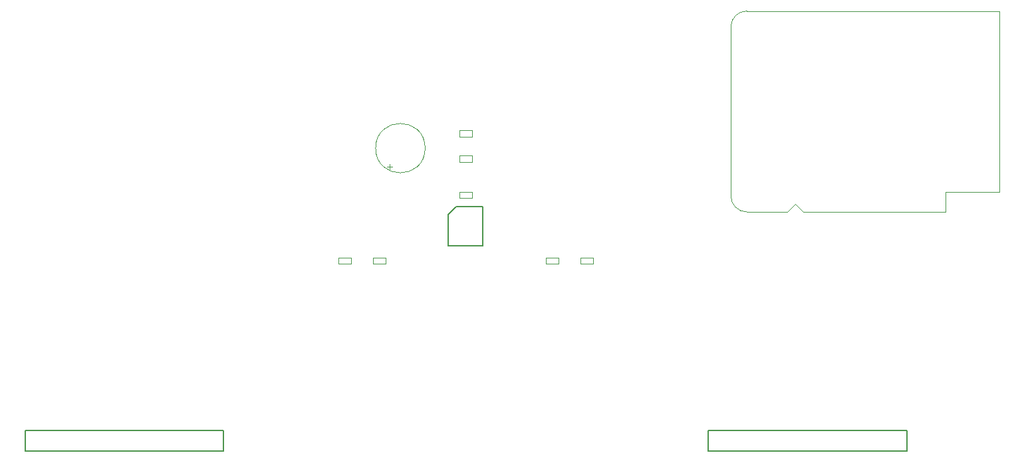
<source format=gbr>
G04 #@! TF.GenerationSoftware,KiCad,Pcbnew,5.1.4+dfsg1-1*
G04 #@! TF.CreationDate,2020-04-24T21:08:45-06:00*
G04 #@! TF.ProjectId,balanced-xlr,62616c61-6e63-4656-942d-786c722e6b69,rev?*
G04 #@! TF.SameCoordinates,Original*
G04 #@! TF.FileFunction,Other,Fab,Top*
%FSLAX46Y46*%
G04 Gerber Fmt 4.6, Leading zero omitted, Abs format (unit mm)*
G04 Created by KiCad (PCBNEW 5.1.4+dfsg1-1) date 2020-04-24 21:08:45*
%MOMM*%
%LPD*%
G04 APERTURE LIST*
%ADD10C,0.100000*%
%ADD11C,0.150000*%
G04 APERTURE END LIST*
D10*
X97811500Y-100628972D02*
X98441500Y-100628972D01*
X98126500Y-100943972D02*
X98126500Y-100313972D01*
X102650000Y-98250000D02*
G75*
G03X102650000Y-98250000I-3150000J0D01*
G01*
D11*
X164000000Y-136900000D02*
X164000000Y-134200000D01*
X138700000Y-136900000D02*
X164000000Y-136900000D01*
X138700000Y-134200000D02*
X138700000Y-136900000D01*
X138700000Y-134200000D02*
X164000000Y-134200000D01*
X105600000Y-106700000D02*
X106600000Y-105700000D01*
X105600000Y-110700000D02*
X105600000Y-106700000D01*
X110000000Y-110700000D02*
X105600000Y-110700000D01*
X110000000Y-105700000D02*
X110000000Y-110700000D01*
X106600000Y-105700000D02*
X110000000Y-105700000D01*
D10*
X141590000Y-82750000D02*
G75*
G02X143610000Y-80770000I2000000J-20000D01*
G01*
X143590000Y-106370000D02*
G75*
G02X141590000Y-104370000I0J2000000D01*
G01*
X149800000Y-105370000D02*
X148800000Y-106370000D01*
X150800000Y-106370000D02*
X149800000Y-105370000D01*
X143590000Y-106370000D02*
X148800000Y-106370000D01*
X168890000Y-103830000D02*
X175790000Y-103830000D01*
X168890000Y-106370000D02*
X168890000Y-103830000D01*
X150800000Y-106370000D02*
X168890000Y-106370000D01*
X141590000Y-82770000D02*
X141590000Y-104370000D01*
X175790000Y-80770000D02*
X143590000Y-80770000D01*
X175790000Y-103830000D02*
X175790000Y-80770000D01*
X91600000Y-112200000D02*
X93200000Y-112200000D01*
X91600000Y-113000000D02*
X91600000Y-112200000D01*
X93200000Y-113000000D02*
X91600000Y-113000000D01*
X93200000Y-112200000D02*
X93200000Y-113000000D01*
X96000000Y-112200000D02*
X97600000Y-112200000D01*
X96000000Y-113000000D02*
X96000000Y-112200000D01*
X97600000Y-113000000D02*
X96000000Y-113000000D01*
X97600000Y-112200000D02*
X97600000Y-113000000D01*
X122400000Y-112200000D02*
X124000000Y-112200000D01*
X122400000Y-113000000D02*
X122400000Y-112200000D01*
X124000000Y-113000000D02*
X122400000Y-113000000D01*
X124000000Y-112200000D02*
X124000000Y-113000000D01*
X119600000Y-113000000D02*
X118000000Y-113000000D01*
X119600000Y-112200000D02*
X119600000Y-113000000D01*
X118000000Y-112200000D02*
X119600000Y-112200000D01*
X118000000Y-113000000D02*
X118000000Y-112200000D01*
X107000000Y-96000000D02*
X108600000Y-96000000D01*
X107000000Y-96800000D02*
X107000000Y-96000000D01*
X108600000Y-96800000D02*
X107000000Y-96800000D01*
X108600000Y-96000000D02*
X108600000Y-96800000D01*
X107000000Y-99200000D02*
X108600000Y-99200000D01*
X107000000Y-100000000D02*
X107000000Y-99200000D01*
X108600000Y-100000000D02*
X107000000Y-100000000D01*
X108600000Y-99200000D02*
X108600000Y-100000000D01*
D11*
X77000000Y-136900000D02*
X77000000Y-134200000D01*
X51700000Y-136900000D02*
X77000000Y-136900000D01*
X51700000Y-134200000D02*
X51700000Y-136900000D01*
X51700000Y-134200000D02*
X77000000Y-134200000D01*
D10*
X107000000Y-103800000D02*
X108600000Y-103800000D01*
X107000000Y-104600000D02*
X107000000Y-103800000D01*
X108600000Y-104600000D02*
X107000000Y-104600000D01*
X108600000Y-103800000D02*
X108600000Y-104600000D01*
M02*

</source>
